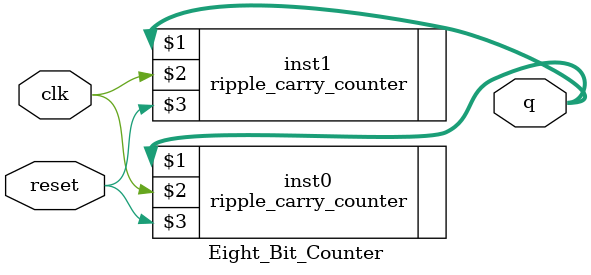
<source format=v>
`timescale 1ns / 1ps


module Eight_Bit_Counter(q, clk, reset);

input reset ,clk;
output [7:0]q; 


ripple_carry_counter inst0(q, clk, reset);
ripple_carry_counter inst1(q, clk, reset);





endmodule
</source>
